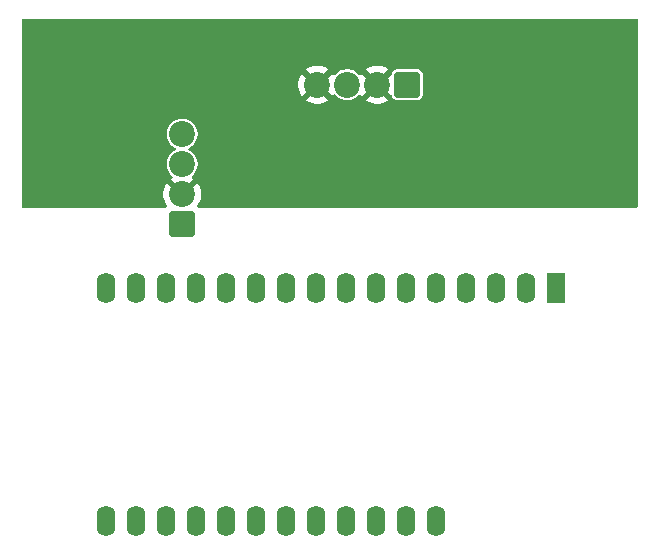
<source format=gbr>
%TF.GenerationSoftware,KiCad,Pcbnew,9.0.3*%
%TF.CreationDate,2025-09-23T16:22:56-07:00*%
%TF.ProjectId,ADC_and_voltage_boost,4144435f-616e-4645-9f76-6f6c74616765,v2.0*%
%TF.SameCoordinates,Original*%
%TF.FileFunction,Copper,L2,Bot*%
%TF.FilePolarity,Positive*%
%FSLAX46Y46*%
G04 Gerber Fmt 4.6, Leading zero omitted, Abs format (unit mm)*
G04 Created by KiCad (PCBNEW 9.0.3) date 2025-09-23 16:22:56*
%MOMM*%
%LPD*%
G01*
G04 APERTURE LIST*
G04 Aperture macros list*
%AMRoundRect*
0 Rectangle with rounded corners*
0 $1 Rounding radius*
0 $2 $3 $4 $5 $6 $7 $8 $9 X,Y pos of 4 corners*
0 Add a 4 corners polygon primitive as box body*
4,1,4,$2,$3,$4,$5,$6,$7,$8,$9,$2,$3,0*
0 Add four circle primitives for the rounded corners*
1,1,$1+$1,$2,$3*
1,1,$1+$1,$4,$5*
1,1,$1+$1,$6,$7*
1,1,$1+$1,$8,$9*
0 Add four rect primitives between the rounded corners*
20,1,$1+$1,$2,$3,$4,$5,0*
20,1,$1+$1,$4,$5,$6,$7,0*
20,1,$1+$1,$6,$7,$8,$9,0*
20,1,$1+$1,$8,$9,$2,$3,0*%
G04 Aperture macros list end*
%TA.AperFunction,ComponentPad*%
%ADD10RoundRect,0.250000X-0.550000X1.050000X-0.550000X-1.050000X0.550000X-1.050000X0.550000X1.050000X0*%
%TD*%
%TA.AperFunction,ComponentPad*%
%ADD11O,1.600000X2.600000*%
%TD*%
%TA.AperFunction,ComponentPad*%
%ADD12RoundRect,0.249999X0.850001X0.850001X-0.850001X0.850001X-0.850001X-0.850001X0.850001X-0.850001X0*%
%TD*%
%TA.AperFunction,ComponentPad*%
%ADD13C,2.200000*%
%TD*%
%TA.AperFunction,ComponentPad*%
%ADD14RoundRect,0.249999X0.850001X-0.850001X0.850001X0.850001X-0.850001X0.850001X-0.850001X-0.850001X0*%
%TD*%
%TA.AperFunction,ViaPad*%
%ADD15C,1.000000*%
%TD*%
G04 APERTURE END LIST*
D10*
%TO.P,A1,1,~{RESET}*%
%TO.N,unconnected-(A1-~{RESET}-Pad1)*%
X168148000Y-104694000D03*
D11*
%TO.P,A1,2,3V3*%
%TO.N,+BATT*%
X165608000Y-104694000D03*
%TO.P,A1,3,AREF*%
%TO.N,unconnected-(A1-AREF-Pad3)*%
X163068000Y-104694000D03*
%TO.P,A1,4,GND*%
%TO.N,GND*%
X160528000Y-104694000D03*
%TO.P,A1,5,A0*%
%TO.N,/SSTRB*%
X157988000Y-104694000D03*
%TO.P,A1,6,A1*%
%TO.N,/~{CS}*%
X155448000Y-104694000D03*
%TO.P,A1,7,A2*%
%TO.N,unconnected-(A1-A2-Pad7)*%
X152908000Y-104694000D03*
%TO.P,A1,8,A3*%
%TO.N,unconnected-(A1-A3-Pad8)*%
X150368000Y-104694000D03*
%TO.P,A1,9,A4*%
%TO.N,unconnected-(A1-A4-Pad9)*%
X147828000Y-104694000D03*
%TO.P,A1,10,A5*%
%TO.N,unconnected-(A1-A5-Pad10)*%
X145288000Y-104694000D03*
%TO.P,A1,11,SCK*%
%TO.N,/SCK*%
X142748000Y-104694000D03*
%TO.P,A1,12,MOSI*%
%TO.N,/MOSI*%
X140208000Y-104694000D03*
%TO.P,A1,13,MISO*%
%TO.N,/MISO*%
X137668000Y-104694000D03*
%TO.P,A1,14,RX*%
%TO.N,unconnected-(A1-RX-Pad14)*%
X135128000Y-104694000D03*
%TO.P,A1,15,TX*%
%TO.N,unconnected-(A1-TX-Pad15)*%
X132588000Y-104694000D03*
%TO.P,A1,16,SPARE*%
%TO.N,unconnected-(A1-SPARE-Pad16)*%
X130048000Y-104694000D03*
%TO.P,A1,17,SDA*%
%TO.N,unconnected-(A1-SDA-Pad17)*%
X130048000Y-124414000D03*
%TO.P,A1,18,SCL*%
%TO.N,unconnected-(A1-SCL-Pad18)*%
X132588000Y-124414000D03*
%TO.P,A1,19,D0*%
%TO.N,unconnected-(A1-D0-Pad19)*%
X135128000Y-124414000D03*
%TO.P,A1,20,D1*%
%TO.N,unconnected-(A1-D1-Pad20)*%
X137668000Y-124414000D03*
%TO.P,A1,21,D2*%
%TO.N,unconnected-(A1-D2-Pad21)*%
X140208000Y-124414000D03*
%TO.P,A1,22,D3*%
%TO.N,unconnected-(A1-D3-Pad22)*%
X142748000Y-124414000D03*
%TO.P,A1,23,D4*%
%TO.N,unconnected-(A1-D4-Pad23)*%
X145288000Y-124414000D03*
%TO.P,A1,24,D5*%
%TO.N,unconnected-(A1-D5-Pad24)*%
X147828000Y-124414000D03*
%TO.P,A1,25,D6*%
%TO.N,unconnected-(A1-D6-Pad25)*%
X150368000Y-124414000D03*
%TO.P,A1,26,USB*%
%TO.N,unconnected-(A1-USB-Pad26)*%
X152908000Y-124414000D03*
%TO.P,A1,27,EN*%
%TO.N,unconnected-(A1-EN-Pad27)*%
X155448000Y-124414000D03*
%TO.P,A1,28,VBAT*%
%TO.N,unconnected-(A1-VBAT-Pad28)*%
X157988000Y-124414000D03*
%TD*%
D12*
%TO.P,J2,1,Pin_1*%
%TO.N,Net-(J2-Pin_1)*%
X155579000Y-87507000D03*
D13*
%TO.P,J2,2,Pin_2*%
%TO.N,GND*%
X153039000Y-87507000D03*
%TO.P,J2,3,Pin_3*%
%TO.N,Net-(J2-Pin_3)*%
X150499000Y-87507000D03*
%TO.P,J2,4,Pin_4*%
%TO.N,GND*%
X147959000Y-87507000D03*
%TD*%
D14*
%TO.P,J1,1,Pin_1*%
%TO.N,+BATT*%
X136525000Y-99314000D03*
D13*
%TO.P,J1,2,Pin_2*%
%TO.N,GND*%
X136525000Y-96774000D03*
%TO.P,J1,3,Pin_3*%
%TO.N,+5V*%
X136525000Y-94234000D03*
%TO.P,J1,4,Pin_4*%
%TO.N,+BATT*%
X136525000Y-91694000D03*
%TD*%
D15*
%TO.N,GND*%
X144780000Y-85598000D03*
X126873000Y-86995000D03*
X163576000Y-93472000D03*
%TD*%
%TA.AperFunction,Conductor*%
%TO.N,GND*%
G36*
X175083539Y-81927185D02*
G01*
X175129294Y-81979989D01*
X175140500Y-82031500D01*
X175140500Y-97793000D01*
X175120815Y-97860039D01*
X175068011Y-97905794D01*
X175016500Y-97917000D01*
X137915635Y-97917000D01*
X137848596Y-97897315D01*
X137802841Y-97844511D01*
X137792897Y-97775353D01*
X137815317Y-97720115D01*
X137893440Y-97612586D01*
X138007780Y-97388184D01*
X138085602Y-97148669D01*
X138125000Y-96899928D01*
X138125000Y-96648071D01*
X138085602Y-96399330D01*
X138007780Y-96159815D01*
X137893442Y-95935416D01*
X137819250Y-95833301D01*
X137819250Y-95833300D01*
X137048787Y-96603764D01*
X137037518Y-96561708D01*
X136965110Y-96436292D01*
X136862708Y-96333890D01*
X136737292Y-96261482D01*
X136695232Y-96250212D01*
X137465698Y-95479748D01*
X137465697Y-95479747D01*
X137384551Y-95420791D01*
X137341885Y-95365461D01*
X137335906Y-95295848D01*
X137368512Y-95234053D01*
X137370859Y-95231852D01*
X137370858Y-95231851D01*
X137374303Y-95228406D01*
X137519406Y-95083303D01*
X137640024Y-94917288D01*
X137733186Y-94734447D01*
X137796598Y-94539284D01*
X137828700Y-94336603D01*
X137828700Y-94131397D01*
X137796598Y-93928716D01*
X137796597Y-93928712D01*
X137796597Y-93928711D01*
X137733187Y-93733555D01*
X137733186Y-93733552D01*
X137640023Y-93550711D01*
X137519406Y-93384697D01*
X137374303Y-93239594D01*
X137208288Y-93118976D01*
X137120968Y-93074484D01*
X137070173Y-93026511D01*
X137053378Y-92958690D01*
X137075915Y-92892555D01*
X137120969Y-92853515D01*
X137208288Y-92809024D01*
X137374303Y-92688406D01*
X137519406Y-92543303D01*
X137640024Y-92377288D01*
X137733186Y-92194447D01*
X137796598Y-91999284D01*
X137828700Y-91796603D01*
X137828700Y-91591397D01*
X137796598Y-91388716D01*
X137796597Y-91388712D01*
X137796597Y-91388711D01*
X137733187Y-91193555D01*
X137733186Y-91193552D01*
X137640023Y-91010711D01*
X137519406Y-90844697D01*
X137374303Y-90699594D01*
X137208288Y-90578976D01*
X137025447Y-90485813D01*
X137025444Y-90485812D01*
X136830286Y-90422402D01*
X136695163Y-90401000D01*
X136627603Y-90390300D01*
X136422397Y-90390300D01*
X136354836Y-90401000D01*
X136219714Y-90422402D01*
X136219711Y-90422402D01*
X136024555Y-90485812D01*
X136024552Y-90485813D01*
X135841711Y-90578976D01*
X135675695Y-90699595D01*
X135530595Y-90844695D01*
X135409976Y-91010711D01*
X135316813Y-91193552D01*
X135316812Y-91193555D01*
X135253402Y-91388711D01*
X135253402Y-91388714D01*
X135221300Y-91591397D01*
X135221300Y-91796602D01*
X135253402Y-91999285D01*
X135253402Y-91999288D01*
X135316812Y-92194444D01*
X135316813Y-92194447D01*
X135409976Y-92377288D01*
X135530594Y-92543303D01*
X135675697Y-92688406D01*
X135841712Y-92809024D01*
X135894232Y-92835784D01*
X135929030Y-92853515D01*
X135979826Y-92901490D01*
X135996621Y-92969311D01*
X135974083Y-93035446D01*
X135929030Y-93074485D01*
X135841711Y-93118976D01*
X135675695Y-93239595D01*
X135530595Y-93384695D01*
X135409976Y-93550711D01*
X135316813Y-93733552D01*
X135316812Y-93733555D01*
X135253402Y-93928711D01*
X135253402Y-93928714D01*
X135221300Y-94131397D01*
X135221300Y-94336602D01*
X135253402Y-94539285D01*
X135253402Y-94539288D01*
X135316812Y-94734444D01*
X135316813Y-94734447D01*
X135409976Y-94917288D01*
X135530595Y-95083304D01*
X135679142Y-95231851D01*
X135677727Y-95233265D01*
X135711299Y-95284731D01*
X135711774Y-95354599D01*
X135674400Y-95413632D01*
X135665447Y-95420791D01*
X135584301Y-95479746D01*
X135584300Y-95479748D01*
X136354765Y-96250212D01*
X136312708Y-96261482D01*
X136187292Y-96333890D01*
X136084890Y-96436292D01*
X136012482Y-96561708D01*
X136001212Y-96603765D01*
X135230748Y-95833300D01*
X135230747Y-95833301D01*
X135156559Y-95935413D01*
X135042219Y-96159815D01*
X134964397Y-96399330D01*
X134925000Y-96648071D01*
X134925000Y-96899928D01*
X134964397Y-97148669D01*
X135042219Y-97388184D01*
X135156559Y-97612586D01*
X135234683Y-97720115D01*
X135258163Y-97785921D01*
X135242338Y-97853975D01*
X135192232Y-97902670D01*
X135134365Y-97917000D01*
X123052500Y-97917000D01*
X122985461Y-97897315D01*
X122939706Y-97844511D01*
X122928500Y-97793000D01*
X122928500Y-87381071D01*
X146359000Y-87381071D01*
X146359000Y-87632928D01*
X146398397Y-87881669D01*
X146476219Y-88121184D01*
X146590557Y-88345583D01*
X146664748Y-88447697D01*
X146664748Y-88447698D01*
X147435212Y-87677234D01*
X147446482Y-87719292D01*
X147518890Y-87844708D01*
X147621292Y-87947110D01*
X147746708Y-88019518D01*
X147788765Y-88030787D01*
X147018300Y-88801250D01*
X147120416Y-88875442D01*
X147344815Y-88989780D01*
X147584330Y-89067602D01*
X147833072Y-89107000D01*
X148084928Y-89107000D01*
X148333669Y-89067602D01*
X148573184Y-88989780D01*
X148797575Y-88875446D01*
X148797581Y-88875442D01*
X148899697Y-88801250D01*
X148899698Y-88801250D01*
X148129234Y-88030787D01*
X148171292Y-88019518D01*
X148296708Y-87947110D01*
X148399110Y-87844708D01*
X148471518Y-87719292D01*
X148482787Y-87677235D01*
X149253250Y-88447698D01*
X149253251Y-88447697D01*
X149312208Y-88366551D01*
X149367538Y-88323885D01*
X149437151Y-88317906D01*
X149498946Y-88350512D01*
X149501147Y-88352859D01*
X149501149Y-88352858D01*
X149504594Y-88356303D01*
X149649697Y-88501406D01*
X149815712Y-88622024D01*
X149857873Y-88643506D01*
X149998552Y-88715186D01*
X149998555Y-88715187D01*
X150144645Y-88762654D01*
X150193716Y-88778598D01*
X150396397Y-88810700D01*
X150396398Y-88810700D01*
X150601602Y-88810700D01*
X150601603Y-88810700D01*
X150804284Y-88778598D01*
X150804287Y-88778597D01*
X150804288Y-88778597D01*
X150999444Y-88715187D01*
X150999447Y-88715186D01*
X151140127Y-88643506D01*
X151182288Y-88622024D01*
X151348303Y-88501406D01*
X151493406Y-88356303D01*
X151493406Y-88356302D01*
X151496851Y-88352858D01*
X151498280Y-88354287D01*
X151549624Y-88320731D01*
X151619492Y-88320194D01*
X151678559Y-88357515D01*
X151685791Y-88366551D01*
X151744747Y-88447697D01*
X151744748Y-88447698D01*
X152515212Y-87677234D01*
X152526482Y-87719292D01*
X152598890Y-87844708D01*
X152701292Y-87947110D01*
X152826708Y-88019518D01*
X152868765Y-88030787D01*
X152098300Y-88801250D01*
X152200416Y-88875442D01*
X152424815Y-88989780D01*
X152664330Y-89067602D01*
X152913072Y-89107000D01*
X153164928Y-89107000D01*
X153413669Y-89067602D01*
X153653184Y-88989780D01*
X153877575Y-88875446D01*
X153877581Y-88875442D01*
X153979697Y-88801250D01*
X153979698Y-88801250D01*
X153209234Y-88030787D01*
X153251292Y-88019518D01*
X153376708Y-87947110D01*
X153479110Y-87844708D01*
X153551518Y-87719292D01*
X153562787Y-87677234D01*
X154241428Y-88355874D01*
X154274913Y-88417197D01*
X154277205Y-88431975D01*
X154278173Y-88442303D01*
X154278173Y-88442304D01*
X154323344Y-88571390D01*
X154323346Y-88571395D01*
X154404561Y-88681439D01*
X154514605Y-88762654D01*
X154560167Y-88778597D01*
X154643696Y-88807826D01*
X154674342Y-88810700D01*
X154674346Y-88810700D01*
X156483658Y-88810700D01*
X156514302Y-88807826D01*
X156514304Y-88807826D01*
X156576631Y-88786015D01*
X156643395Y-88762654D01*
X156753439Y-88681439D01*
X156834654Y-88571395D01*
X156859145Y-88501404D01*
X156879826Y-88442304D01*
X156879826Y-88442302D01*
X156882700Y-88411658D01*
X156882700Y-86602341D01*
X156879826Y-86571697D01*
X156879826Y-86571695D01*
X156834655Y-86442609D01*
X156834654Y-86442605D01*
X156753439Y-86332561D01*
X156643395Y-86251346D01*
X156643391Y-86251344D01*
X156643390Y-86251344D01*
X156514303Y-86206173D01*
X156483658Y-86203300D01*
X156483654Y-86203300D01*
X154674346Y-86203300D01*
X154674342Y-86203300D01*
X154643697Y-86206173D01*
X154643695Y-86206173D01*
X154514609Y-86251344D01*
X154514607Y-86251345D01*
X154514606Y-86251345D01*
X154514605Y-86251346D01*
X154404561Y-86332561D01*
X154360712Y-86391976D01*
X154323345Y-86442607D01*
X154323344Y-86442609D01*
X154278173Y-86571695D01*
X154278173Y-86571696D01*
X154277205Y-86582024D01*
X154251345Y-86646932D01*
X154241428Y-86658124D01*
X153562787Y-87336764D01*
X153551518Y-87294708D01*
X153479110Y-87169292D01*
X153376708Y-87066890D01*
X153251292Y-86994482D01*
X153209232Y-86983212D01*
X153979698Y-86212748D01*
X153877583Y-86138557D01*
X153653184Y-86024219D01*
X153413669Y-85946397D01*
X153164928Y-85907000D01*
X152913072Y-85907000D01*
X152664330Y-85946397D01*
X152424815Y-86024219D01*
X152200413Y-86138559D01*
X152098301Y-86212747D01*
X152098300Y-86212748D01*
X152868765Y-86983212D01*
X152826708Y-86994482D01*
X152701292Y-87066890D01*
X152598890Y-87169292D01*
X152526482Y-87294708D01*
X152515212Y-87336764D01*
X151744748Y-86566300D01*
X151744746Y-86566301D01*
X151685791Y-86647447D01*
X151630461Y-86690113D01*
X151560848Y-86696092D01*
X151499053Y-86663486D01*
X151496852Y-86661140D01*
X151496851Y-86661142D01*
X151348304Y-86512595D01*
X151182288Y-86391976D01*
X151140125Y-86370493D01*
X150999447Y-86298813D01*
X150999444Y-86298812D01*
X150804286Y-86235402D01*
X150619748Y-86206174D01*
X150601603Y-86203300D01*
X150396397Y-86203300D01*
X150378252Y-86206174D01*
X150193714Y-86235402D01*
X150193711Y-86235402D01*
X149998555Y-86298812D01*
X149998552Y-86298813D01*
X149815711Y-86391976D01*
X149649695Y-86512595D01*
X149649694Y-86512596D01*
X149501149Y-86661142D01*
X149499736Y-86659729D01*
X149448259Y-86693303D01*
X149378391Y-86693772D01*
X149319361Y-86656394D01*
X149312208Y-86647448D01*
X149253251Y-86566301D01*
X149253250Y-86566300D01*
X148482787Y-87336764D01*
X148471518Y-87294708D01*
X148399110Y-87169292D01*
X148296708Y-87066890D01*
X148171292Y-86994482D01*
X148129232Y-86983212D01*
X148899698Y-86212748D01*
X148797583Y-86138557D01*
X148573184Y-86024219D01*
X148333669Y-85946397D01*
X148084928Y-85907000D01*
X147833072Y-85907000D01*
X147584330Y-85946397D01*
X147344815Y-86024219D01*
X147120413Y-86138559D01*
X147018301Y-86212747D01*
X147018300Y-86212748D01*
X147788765Y-86983212D01*
X147746708Y-86994482D01*
X147621292Y-87066890D01*
X147518890Y-87169292D01*
X147446482Y-87294708D01*
X147435212Y-87336765D01*
X146664748Y-86566300D01*
X146664747Y-86566301D01*
X146590559Y-86668413D01*
X146476219Y-86892815D01*
X146398397Y-87132330D01*
X146359000Y-87381071D01*
X122928500Y-87381071D01*
X122928500Y-82031500D01*
X122948185Y-81964461D01*
X123000989Y-81918706D01*
X123052500Y-81907500D01*
X175016500Y-81907500D01*
X175083539Y-81927185D01*
G37*
%TD.AperFunction*%
%TD*%
M02*

</source>
